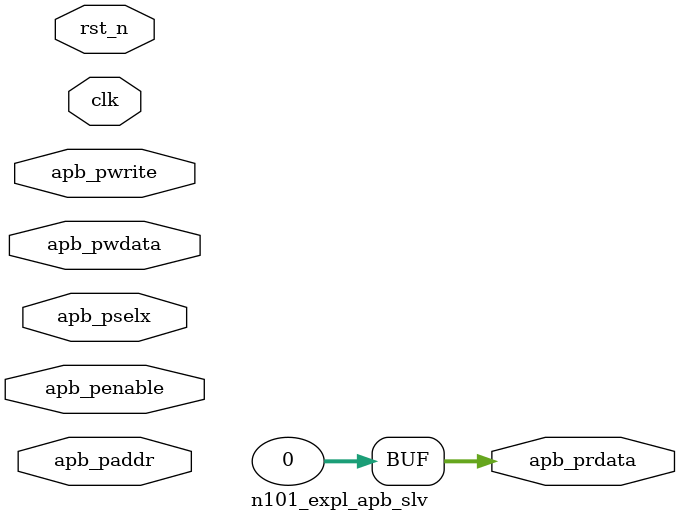
<source format=v>








module n101_expl_apb_slv #(
    parameter AW = 32,
    parameter DW = 32 
)(
  input  [AW-1:0] apb_paddr,
  input           apb_pwrite,
  input           apb_pselx,
  input           apb_penable,
  input  [DW-1:0] apb_pwdata,
  output [DW-1:0] apb_prdata,

  input  clk,  
  input  rst_n
);

  assign apb_prdata = {DW{1'b0}};

endmodule

</source>
